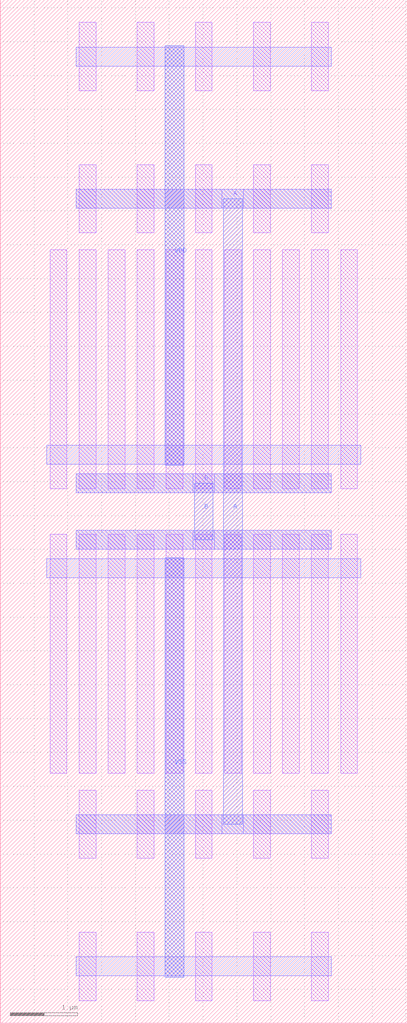
<source format=lef>
MACRO INVERTER
  ORIGIN 0 0 ;
  FOREIGN INVERTER 0 0 ;
  SIZE 6.02 BY 15.12 ;
  PIN A
    DIRECTION INOUT ;
    USE SIGNAL ;
    PORT 
      LAYER M2 ;
        RECT 1.12 2.8 4.9 3.08 ;
      LAYER M2 ;
        RECT 1.12 12.04 4.9 12.32 ;
      LAYER M2 ;
        RECT 3.28 2.8 3.6 3.08 ;
      LAYER M3 ;
        RECT 3.3 2.94 3.58 12.18 ;
      LAYER M2 ;
        RECT 3.28 12.04 3.6 12.32 ;
    END
  END A
  PIN VSS
    DIRECTION INOUT ;
    USE SIGNAL ;
    PORT 
      LAYER M3 ;
        RECT 2.44 0.68 2.72 6.88 ;
    END
  END VSS
  PIN VDD
    DIRECTION INOUT ;
    USE SIGNAL ;
    PORT 
      LAYER M3 ;
        RECT 2.44 8.24 2.72 14.44 ;
    END
  END VDD
  PIN B
    DIRECTION INOUT ;
    USE SIGNAL ;
    PORT 
      LAYER M2 ;
        RECT 1.12 7 4.9 7.28 ;
      LAYER M2 ;
        RECT 1.12 7.84 4.9 8.12 ;
      LAYER M2 ;
        RECT 2.85 7 3.17 7.28 ;
      LAYER M3 ;
        RECT 2.87 7.14 3.15 7.98 ;
      LAYER M2 ;
        RECT 2.85 7.84 3.17 8.12 ;
    END
  END B
  OBS 
  LAYER M1 ;
        RECT 4.605 3.695 4.855 7.225 ;
  LAYER M1 ;
        RECT 4.605 2.435 4.855 3.445 ;
  LAYER M1 ;
        RECT 4.605 0.335 4.855 1.345 ;
  LAYER M1 ;
        RECT 5.035 3.695 5.285 7.225 ;
  LAYER M1 ;
        RECT 4.175 3.695 4.425 7.225 ;
  LAYER M1 ;
        RECT 3.745 3.695 3.995 7.225 ;
  LAYER M1 ;
        RECT 3.745 2.435 3.995 3.445 ;
  LAYER M1 ;
        RECT 3.745 0.335 3.995 1.345 ;
  LAYER M1 ;
        RECT 3.315 3.695 3.565 7.225 ;
  LAYER M1 ;
        RECT 2.885 3.695 3.135 7.225 ;
  LAYER M1 ;
        RECT 2.885 2.435 3.135 3.445 ;
  LAYER M1 ;
        RECT 2.885 0.335 3.135 1.345 ;
  LAYER M1 ;
        RECT 2.455 3.695 2.705 7.225 ;
  LAYER M1 ;
        RECT 2.025 3.695 2.275 7.225 ;
  LAYER M1 ;
        RECT 2.025 2.435 2.275 3.445 ;
  LAYER M1 ;
        RECT 2.025 0.335 2.275 1.345 ;
  LAYER M1 ;
        RECT 1.595 3.695 1.845 7.225 ;
  LAYER M1 ;
        RECT 1.165 3.695 1.415 7.225 ;
  LAYER M1 ;
        RECT 1.165 2.435 1.415 3.445 ;
  LAYER M1 ;
        RECT 1.165 0.335 1.415 1.345 ;
  LAYER M1 ;
        RECT 0.735 3.695 0.985 7.225 ;
  LAYER M2 ;
        RECT 0.69 6.58 5.33 6.86 ;
  LAYER M2 ;
        RECT 1.12 0.7 4.9 0.98 ;
  LAYER M2 ;
        RECT 1.12 7 4.9 7.28 ;
  LAYER M2 ;
        RECT 1.12 2.8 4.9 3.08 ;
  LAYER M3 ;
        RECT 2.44 0.68 2.72 6.88 ;
  LAYER M1 ;
        RECT 4.605 7.895 4.855 11.425 ;
  LAYER M1 ;
        RECT 4.605 11.675 4.855 12.685 ;
  LAYER M1 ;
        RECT 4.605 13.775 4.855 14.785 ;
  LAYER M1 ;
        RECT 5.035 7.895 5.285 11.425 ;
  LAYER M1 ;
        RECT 4.175 7.895 4.425 11.425 ;
  LAYER M1 ;
        RECT 3.745 7.895 3.995 11.425 ;
  LAYER M1 ;
        RECT 3.745 11.675 3.995 12.685 ;
  LAYER M1 ;
        RECT 3.745 13.775 3.995 14.785 ;
  LAYER M1 ;
        RECT 3.315 7.895 3.565 11.425 ;
  LAYER M1 ;
        RECT 2.885 7.895 3.135 11.425 ;
  LAYER M1 ;
        RECT 2.885 11.675 3.135 12.685 ;
  LAYER M1 ;
        RECT 2.885 13.775 3.135 14.785 ;
  LAYER M1 ;
        RECT 2.455 7.895 2.705 11.425 ;
  LAYER M1 ;
        RECT 2.025 7.895 2.275 11.425 ;
  LAYER M1 ;
        RECT 2.025 11.675 2.275 12.685 ;
  LAYER M1 ;
        RECT 2.025 13.775 2.275 14.785 ;
  LAYER M1 ;
        RECT 1.595 7.895 1.845 11.425 ;
  LAYER M1 ;
        RECT 1.165 7.895 1.415 11.425 ;
  LAYER M1 ;
        RECT 1.165 11.675 1.415 12.685 ;
  LAYER M1 ;
        RECT 1.165 13.775 1.415 14.785 ;
  LAYER M1 ;
        RECT 0.735 7.895 0.985 11.425 ;
  LAYER M2 ;
        RECT 0.69 8.26 5.33 8.54 ;
  LAYER M2 ;
        RECT 1.12 14.14 4.9 14.42 ;
  LAYER M2 ;
        RECT 1.12 7.84 4.9 8.12 ;
  LAYER M2 ;
        RECT 1.12 12.04 4.9 12.32 ;
  LAYER M3 ;
        RECT 2.44 8.24 2.72 14.44 ;
  END 
END INVERTER

</source>
